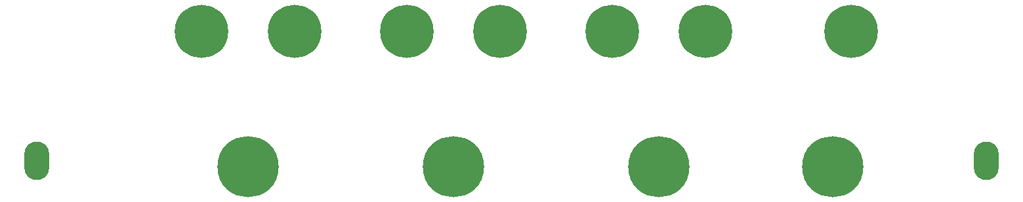
<source format=gts>
G04 #@! TF.FileFunction,Soldermask,Top*
%FSLAX46Y46*%
G04 Gerber Fmt 4.6, Leading zero omitted, Abs format (unit mm)*
G04 Created by KiCad (PCBNEW 4.0.5) date 07/18/17 15:03:40*
%MOMM*%
%LPD*%
G01*
G04 APERTURE LIST*
%ADD10C,0.100000*%
%ADD11C,7.900000*%
%ADD12C,6.900000*%
%ADD13O,3.202000X5.002000*%
G04 APERTURE END LIST*
D10*
D11*
X114500000Y-113500000D03*
X141000000Y-113500000D03*
X167500000Y-113500000D03*
X189950000Y-113500000D03*
D12*
X108500000Y-96000000D03*
X135000000Y-96000000D03*
X161500000Y-96000000D03*
X192350000Y-96000000D03*
X120500000Y-96000000D03*
X147000000Y-96000000D03*
X173500000Y-96000000D03*
D13*
X209751100Y-112743600D03*
X87251100Y-112743600D03*
M02*

</source>
